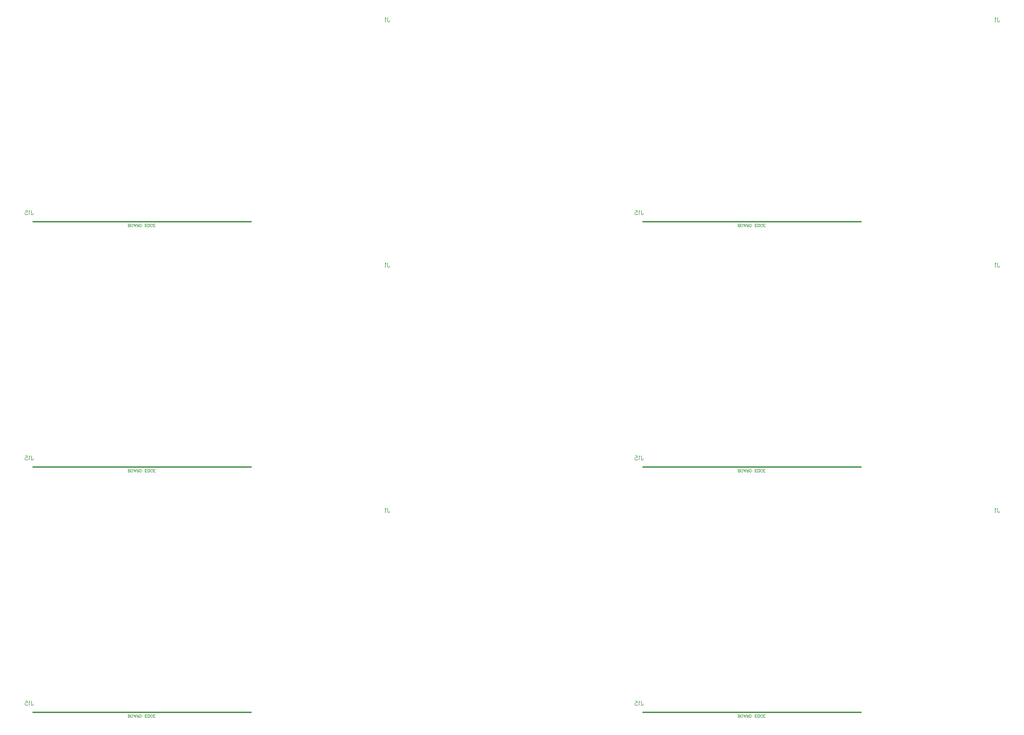
<source format=gbr>
G04 DipTrace 2.4.0.2*
%INBottomAssy.gbr*%
%MOIN*%
%ADD10C,0.0098*%
%ADD12C,0.003*%
%ADD80C,0.0046*%
%FSLAX44Y44*%
G04*
G70*
G90*
G75*
G01*
%LNBotAssy*%
%LPD*%
X12220Y402D2*
D10*
X27780D1*
X37511Y14939D2*
D80*
Y14710D1*
X37525Y14667D1*
X37539Y14652D1*
X37568Y14638D1*
X37597D1*
X37625Y14652D1*
X37640Y14667D1*
X37654Y14710D1*
Y14738D1*
X37418Y14882D2*
X37389Y14896D1*
X37346Y14939D1*
Y14638D1*
X12095Y1182D2*
Y952D1*
X12109Y909D1*
X12124Y895D1*
X12152Y881D1*
X12181D1*
X12210Y895D1*
X12224Y909D1*
X12238Y952D1*
Y981D1*
X12002Y1124D2*
X11973Y1139D1*
X11930Y1182D1*
Y881D1*
X11665Y1182D2*
X11809D1*
X11823Y1053D1*
X11809Y1067D1*
X11766Y1081D1*
X11723D1*
X11680Y1067D1*
X11651Y1038D1*
X11637Y995D1*
Y967D1*
X11651Y924D1*
X11680Y895D1*
X11723Y881D1*
X11766D1*
X11809Y895D1*
X11823Y909D1*
X11838Y938D1*
X19005Y19D2*
D12*
Y220D1*
X19091D1*
X19120Y210D1*
X19129Y200D1*
X19139Y181D1*
Y153D1*
X19129Y133D1*
X19120Y124D1*
X19091Y114D1*
X19120Y105D1*
X19129Y95D1*
X19139Y76D1*
Y57D1*
X19129Y38D1*
X19120Y28D1*
X19091Y19D1*
X19005D1*
Y114D2*
X19091D1*
X19258Y19D2*
X19239Y28D1*
X19220Y47D1*
X19210Y66D1*
X19201Y95D1*
Y143D1*
X19210Y172D1*
X19220Y191D1*
X19239Y210D1*
X19258Y220D1*
X19296D1*
X19315Y210D1*
X19335Y191D1*
X19344Y172D1*
X19354Y143D1*
Y95D1*
X19344Y66D1*
X19335Y47D1*
X19315Y28D1*
X19296Y19D1*
X19258D1*
X19569Y220D2*
X19492Y19D1*
X19415Y220D1*
X19444Y153D2*
X19540D1*
X19630Y114D2*
X19716D1*
X19745Y105D1*
X19755Y95D1*
X19764Y76D1*
Y57D1*
X19755Y38D1*
X19745Y28D1*
X19716Y19D1*
X19630D1*
Y220D1*
X19697Y114D2*
X19764Y220D1*
X19826Y19D2*
Y220D1*
X19893D1*
X19922Y210D1*
X19941Y191D1*
X19951Y172D1*
X19960Y143D1*
Y95D1*
X19951Y66D1*
X19941Y47D1*
X19922Y28D1*
X19893Y19D1*
X19826D1*
X20340D2*
X20216D1*
Y220D1*
X20340D1*
X20216Y114D2*
X20293D1*
X20402Y19D2*
Y220D1*
X20469D1*
X20498Y210D1*
X20517Y191D1*
X20527Y172D1*
X20536Y143D1*
Y95D1*
X20527Y66D1*
X20517Y47D1*
X20498Y28D1*
X20469Y19D1*
X20402D1*
X20741Y66D2*
X20732Y47D1*
X20713Y28D1*
X20694Y19D1*
X20655D1*
X20636Y28D1*
X20617Y47D1*
X20607Y66D1*
X20598Y95D1*
Y143D1*
X20607Y172D1*
X20617Y191D1*
X20636Y210D1*
X20655Y220D1*
X20694D1*
X20713Y210D1*
X20732Y191D1*
X20741Y172D1*
Y143D1*
X20694D1*
X20927Y19D2*
X20803D1*
Y220D1*
X20927D1*
X20803Y114D2*
X20880D1*
X55720Y402D2*
D10*
X71280D1*
X81011Y14939D2*
D80*
Y14710D1*
X81025Y14667D1*
X81039Y14652D1*
X81068Y14638D1*
X81097D1*
X81125Y14652D1*
X81140Y14667D1*
X81154Y14710D1*
Y14738D1*
X80918Y14882D2*
X80889Y14896D1*
X80846Y14939D1*
Y14638D1*
X55595Y1182D2*
Y952D1*
X55609Y909D1*
X55624Y895D1*
X55652Y881D1*
X55681D1*
X55710Y895D1*
X55724Y909D1*
X55738Y952D1*
Y981D1*
X55502Y1124D2*
X55473Y1139D1*
X55430Y1182D1*
Y881D1*
X55165Y1182D2*
X55309D1*
X55323Y1053D1*
X55309Y1067D1*
X55266Y1081D1*
X55223D1*
X55180Y1067D1*
X55151Y1038D1*
X55137Y995D1*
Y967D1*
X55151Y924D1*
X55180Y895D1*
X55223Y881D1*
X55266D1*
X55309Y895D1*
X55323Y909D1*
X55338Y938D1*
X62505Y19D2*
D12*
Y220D1*
X62591D1*
X62620Y210D1*
X62629Y200D1*
X62639Y181D1*
Y153D1*
X62629Y133D1*
X62620Y124D1*
X62591Y114D1*
X62620Y105D1*
X62629Y95D1*
X62639Y76D1*
Y57D1*
X62629Y38D1*
X62620Y28D1*
X62591Y19D1*
X62505D1*
Y114D2*
X62591D1*
X62758Y19D2*
X62739Y28D1*
X62720Y47D1*
X62710Y66D1*
X62701Y95D1*
Y143D1*
X62710Y172D1*
X62720Y191D1*
X62739Y210D1*
X62758Y220D1*
X62796D1*
X62815Y210D1*
X62835Y191D1*
X62844Y172D1*
X62854Y143D1*
Y95D1*
X62844Y66D1*
X62835Y47D1*
X62815Y28D1*
X62796Y19D1*
X62758D1*
X63069Y220D2*
X62992Y19D1*
X62915Y220D1*
X62944Y153D2*
X63040D1*
X63130Y114D2*
X63216D1*
X63245Y105D1*
X63255Y95D1*
X63264Y76D1*
Y57D1*
X63255Y38D1*
X63245Y28D1*
X63216Y19D1*
X63130D1*
Y220D1*
X63197Y114D2*
X63264Y220D1*
X63326Y19D2*
Y220D1*
X63393D1*
X63422Y210D1*
X63441Y191D1*
X63451Y172D1*
X63460Y143D1*
Y95D1*
X63451Y66D1*
X63441Y47D1*
X63422Y28D1*
X63393Y19D1*
X63326D1*
X63840D2*
X63716D1*
Y220D1*
X63840D1*
X63716Y114D2*
X63793D1*
X63902Y19D2*
Y220D1*
X63969D1*
X63998Y210D1*
X64017Y191D1*
X64027Y172D1*
X64036Y143D1*
Y95D1*
X64027Y66D1*
X64017Y47D1*
X63998Y28D1*
X63969Y19D1*
X63902D1*
X64241Y66D2*
X64232Y47D1*
X64213Y28D1*
X64194Y19D1*
X64155D1*
X64136Y28D1*
X64117Y47D1*
X64107Y66D1*
X64098Y95D1*
Y143D1*
X64107Y172D1*
X64117Y191D1*
X64136Y210D1*
X64155Y220D1*
X64194D1*
X64213Y210D1*
X64232Y191D1*
X64241Y172D1*
Y143D1*
X64194D1*
X64427Y19D2*
X64303D1*
Y220D1*
X64427D1*
X64303Y114D2*
X64380D1*
X12220Y17902D2*
D10*
X27780D1*
X37511Y32439D2*
D80*
Y32210D1*
X37525Y32167D1*
X37539Y32152D1*
X37568Y32138D1*
X37597D1*
X37625Y32152D1*
X37640Y32167D1*
X37654Y32210D1*
Y32238D1*
X37418Y32382D2*
X37389Y32396D1*
X37346Y32439D1*
Y32138D1*
X12095Y18682D2*
Y18452D1*
X12109Y18409D1*
X12124Y18395D1*
X12152Y18381D1*
X12181D1*
X12210Y18395D1*
X12224Y18409D1*
X12238Y18452D1*
Y18481D1*
X12002Y18624D2*
X11973Y18639D1*
X11930Y18682D1*
Y18381D1*
X11665Y18682D2*
X11809D1*
X11823Y18553D1*
X11809Y18567D1*
X11766Y18581D1*
X11723D1*
X11680Y18567D1*
X11651Y18538D1*
X11637Y18495D1*
Y18467D1*
X11651Y18424D1*
X11680Y18395D1*
X11723Y18381D1*
X11766D1*
X11809Y18395D1*
X11823Y18409D1*
X11838Y18438D1*
X19005Y17519D2*
D12*
Y17720D1*
X19091D1*
X19120Y17710D1*
X19129Y17700D1*
X19139Y17681D1*
Y17653D1*
X19129Y17633D1*
X19120Y17624D1*
X19091Y17614D1*
X19120Y17605D1*
X19129Y17595D1*
X19139Y17576D1*
Y17557D1*
X19129Y17538D1*
X19120Y17528D1*
X19091Y17519D1*
X19005D1*
Y17614D2*
X19091D1*
X19258Y17519D2*
X19239Y17528D1*
X19220Y17547D1*
X19210Y17566D1*
X19201Y17595D1*
Y17643D1*
X19210Y17672D1*
X19220Y17691D1*
X19239Y17710D1*
X19258Y17720D1*
X19296D1*
X19315Y17710D1*
X19335Y17691D1*
X19344Y17672D1*
X19354Y17643D1*
Y17595D1*
X19344Y17566D1*
X19335Y17547D1*
X19315Y17528D1*
X19296Y17519D1*
X19258D1*
X19569Y17720D2*
X19492Y17519D1*
X19415Y17720D1*
X19444Y17653D2*
X19540D1*
X19630Y17614D2*
X19716D1*
X19745Y17605D1*
X19755Y17595D1*
X19764Y17576D1*
Y17557D1*
X19755Y17538D1*
X19745Y17528D1*
X19716Y17519D1*
X19630D1*
Y17720D1*
X19697Y17614D2*
X19764Y17720D1*
X19826Y17519D2*
Y17720D1*
X19893D1*
X19922Y17710D1*
X19941Y17691D1*
X19951Y17672D1*
X19960Y17643D1*
Y17595D1*
X19951Y17566D1*
X19941Y17547D1*
X19922Y17528D1*
X19893Y17519D1*
X19826D1*
X20340D2*
X20216D1*
Y17720D1*
X20340D1*
X20216Y17614D2*
X20293D1*
X20402Y17519D2*
Y17720D1*
X20469D1*
X20498Y17710D1*
X20517Y17691D1*
X20527Y17672D1*
X20536Y17643D1*
Y17595D1*
X20527Y17566D1*
X20517Y17547D1*
X20498Y17528D1*
X20469Y17519D1*
X20402D1*
X20741Y17566D2*
X20732Y17547D1*
X20713Y17528D1*
X20694Y17519D1*
X20655D1*
X20636Y17528D1*
X20617Y17547D1*
X20607Y17566D1*
X20598Y17595D1*
Y17643D1*
X20607Y17672D1*
X20617Y17691D1*
X20636Y17710D1*
X20655Y17720D1*
X20694D1*
X20713Y17710D1*
X20732Y17691D1*
X20741Y17672D1*
Y17643D1*
X20694D1*
X20927Y17519D2*
X20803D1*
Y17720D1*
X20927D1*
X20803Y17614D2*
X20880D1*
X55720Y17902D2*
D10*
X71280D1*
X81011Y32439D2*
D80*
Y32210D1*
X81025Y32167D1*
X81039Y32152D1*
X81068Y32138D1*
X81097D1*
X81125Y32152D1*
X81140Y32167D1*
X81154Y32210D1*
Y32238D1*
X80918Y32382D2*
X80889Y32396D1*
X80846Y32439D1*
Y32138D1*
X55595Y18682D2*
Y18452D1*
X55609Y18409D1*
X55624Y18395D1*
X55652Y18381D1*
X55681D1*
X55710Y18395D1*
X55724Y18409D1*
X55738Y18452D1*
Y18481D1*
X55502Y18624D2*
X55473Y18639D1*
X55430Y18682D1*
Y18381D1*
X55165Y18682D2*
X55309D1*
X55323Y18553D1*
X55309Y18567D1*
X55266Y18581D1*
X55223D1*
X55180Y18567D1*
X55151Y18538D1*
X55137Y18495D1*
Y18467D1*
X55151Y18424D1*
X55180Y18395D1*
X55223Y18381D1*
X55266D1*
X55309Y18395D1*
X55323Y18409D1*
X55338Y18438D1*
X62505Y17519D2*
D12*
Y17720D1*
X62591D1*
X62620Y17710D1*
X62629Y17700D1*
X62639Y17681D1*
Y17653D1*
X62629Y17633D1*
X62620Y17624D1*
X62591Y17614D1*
X62620Y17605D1*
X62629Y17595D1*
X62639Y17576D1*
Y17557D1*
X62629Y17538D1*
X62620Y17528D1*
X62591Y17519D1*
X62505D1*
Y17614D2*
X62591D1*
X62758Y17519D2*
X62739Y17528D1*
X62720Y17547D1*
X62710Y17566D1*
X62701Y17595D1*
Y17643D1*
X62710Y17672D1*
X62720Y17691D1*
X62739Y17710D1*
X62758Y17720D1*
X62796D1*
X62815Y17710D1*
X62835Y17691D1*
X62844Y17672D1*
X62854Y17643D1*
Y17595D1*
X62844Y17566D1*
X62835Y17547D1*
X62815Y17528D1*
X62796Y17519D1*
X62758D1*
X63069Y17720D2*
X62992Y17519D1*
X62915Y17720D1*
X62944Y17653D2*
X63040D1*
X63130Y17614D2*
X63216D1*
X63245Y17605D1*
X63255Y17595D1*
X63264Y17576D1*
Y17557D1*
X63255Y17538D1*
X63245Y17528D1*
X63216Y17519D1*
X63130D1*
Y17720D1*
X63197Y17614D2*
X63264Y17720D1*
X63326Y17519D2*
Y17720D1*
X63393D1*
X63422Y17710D1*
X63441Y17691D1*
X63451Y17672D1*
X63460Y17643D1*
Y17595D1*
X63451Y17566D1*
X63441Y17547D1*
X63422Y17528D1*
X63393Y17519D1*
X63326D1*
X63840D2*
X63716D1*
Y17720D1*
X63840D1*
X63716Y17614D2*
X63793D1*
X63902Y17519D2*
Y17720D1*
X63969D1*
X63998Y17710D1*
X64017Y17691D1*
X64027Y17672D1*
X64036Y17643D1*
Y17595D1*
X64027Y17566D1*
X64017Y17547D1*
X63998Y17528D1*
X63969Y17519D1*
X63902D1*
X64241Y17566D2*
X64232Y17547D1*
X64213Y17528D1*
X64194Y17519D1*
X64155D1*
X64136Y17528D1*
X64117Y17547D1*
X64107Y17566D1*
X64098Y17595D1*
Y17643D1*
X64107Y17672D1*
X64117Y17691D1*
X64136Y17710D1*
X64155Y17720D1*
X64194D1*
X64213Y17710D1*
X64232Y17691D1*
X64241Y17672D1*
Y17643D1*
X64194D1*
X64427Y17519D2*
X64303D1*
Y17720D1*
X64427D1*
X64303Y17614D2*
X64380D1*
X12220Y35402D2*
D10*
X27780D1*
X37511Y49939D2*
D80*
Y49710D1*
X37525Y49667D1*
X37539Y49652D1*
X37568Y49638D1*
X37597D1*
X37625Y49652D1*
X37640Y49667D1*
X37654Y49710D1*
Y49738D1*
X37418Y49882D2*
X37389Y49896D1*
X37346Y49939D1*
Y49638D1*
X12095Y36182D2*
Y35952D1*
X12109Y35909D1*
X12124Y35895D1*
X12152Y35881D1*
X12181D1*
X12210Y35895D1*
X12224Y35909D1*
X12238Y35952D1*
Y35981D1*
X12002Y36124D2*
X11973Y36139D1*
X11930Y36182D1*
Y35881D1*
X11665Y36182D2*
X11809D1*
X11823Y36053D1*
X11809Y36067D1*
X11766Y36081D1*
X11723D1*
X11680Y36067D1*
X11651Y36038D1*
X11637Y35995D1*
Y35967D1*
X11651Y35924D1*
X11680Y35895D1*
X11723Y35881D1*
X11766D1*
X11809Y35895D1*
X11823Y35909D1*
X11838Y35938D1*
X19005Y35019D2*
D12*
Y35220D1*
X19091D1*
X19120Y35210D1*
X19129Y35200D1*
X19139Y35181D1*
Y35153D1*
X19129Y35133D1*
X19120Y35124D1*
X19091Y35114D1*
X19120Y35105D1*
X19129Y35095D1*
X19139Y35076D1*
Y35057D1*
X19129Y35038D1*
X19120Y35028D1*
X19091Y35019D1*
X19005D1*
Y35114D2*
X19091D1*
X19258Y35019D2*
X19239Y35028D1*
X19220Y35047D1*
X19210Y35066D1*
X19201Y35095D1*
Y35143D1*
X19210Y35172D1*
X19220Y35191D1*
X19239Y35210D1*
X19258Y35220D1*
X19296D1*
X19315Y35210D1*
X19335Y35191D1*
X19344Y35172D1*
X19354Y35143D1*
Y35095D1*
X19344Y35066D1*
X19335Y35047D1*
X19315Y35028D1*
X19296Y35019D1*
X19258D1*
X19569Y35220D2*
X19492Y35019D1*
X19415Y35220D1*
X19444Y35153D2*
X19540D1*
X19630Y35114D2*
X19716D1*
X19745Y35105D1*
X19755Y35095D1*
X19764Y35076D1*
Y35057D1*
X19755Y35038D1*
X19745Y35028D1*
X19716Y35019D1*
X19630D1*
Y35220D1*
X19697Y35114D2*
X19764Y35220D1*
X19826Y35019D2*
Y35220D1*
X19893D1*
X19922Y35210D1*
X19941Y35191D1*
X19951Y35172D1*
X19960Y35143D1*
Y35095D1*
X19951Y35066D1*
X19941Y35047D1*
X19922Y35028D1*
X19893Y35019D1*
X19826D1*
X20340D2*
X20216D1*
Y35220D1*
X20340D1*
X20216Y35114D2*
X20293D1*
X20402Y35019D2*
Y35220D1*
X20469D1*
X20498Y35210D1*
X20517Y35191D1*
X20527Y35172D1*
X20536Y35143D1*
Y35095D1*
X20527Y35066D1*
X20517Y35047D1*
X20498Y35028D1*
X20469Y35019D1*
X20402D1*
X20741Y35066D2*
X20732Y35047D1*
X20713Y35028D1*
X20694Y35019D1*
X20655D1*
X20636Y35028D1*
X20617Y35047D1*
X20607Y35066D1*
X20598Y35095D1*
Y35143D1*
X20607Y35172D1*
X20617Y35191D1*
X20636Y35210D1*
X20655Y35220D1*
X20694D1*
X20713Y35210D1*
X20732Y35191D1*
X20741Y35172D1*
Y35143D1*
X20694D1*
X20927Y35019D2*
X20803D1*
Y35220D1*
X20927D1*
X20803Y35114D2*
X20880D1*
X55720Y35402D2*
D10*
X71280D1*
X81011Y49939D2*
D80*
Y49710D1*
X81025Y49667D1*
X81039Y49652D1*
X81068Y49638D1*
X81097D1*
X81125Y49652D1*
X81140Y49667D1*
X81154Y49710D1*
Y49738D1*
X80918Y49882D2*
X80889Y49896D1*
X80846Y49939D1*
Y49638D1*
X55595Y36182D2*
Y35952D1*
X55609Y35909D1*
X55624Y35895D1*
X55652Y35881D1*
X55681D1*
X55710Y35895D1*
X55724Y35909D1*
X55738Y35952D1*
Y35981D1*
X55502Y36124D2*
X55473Y36139D1*
X55430Y36182D1*
Y35881D1*
X55165Y36182D2*
X55309D1*
X55323Y36053D1*
X55309Y36067D1*
X55266Y36081D1*
X55223D1*
X55180Y36067D1*
X55151Y36038D1*
X55137Y35995D1*
Y35967D1*
X55151Y35924D1*
X55180Y35895D1*
X55223Y35881D1*
X55266D1*
X55309Y35895D1*
X55323Y35909D1*
X55338Y35938D1*
X62505Y35019D2*
D12*
Y35220D1*
X62591D1*
X62620Y35210D1*
X62629Y35200D1*
X62639Y35181D1*
Y35153D1*
X62629Y35133D1*
X62620Y35124D1*
X62591Y35114D1*
X62620Y35105D1*
X62629Y35095D1*
X62639Y35076D1*
Y35057D1*
X62629Y35038D1*
X62620Y35028D1*
X62591Y35019D1*
X62505D1*
Y35114D2*
X62591D1*
X62758Y35019D2*
X62739Y35028D1*
X62720Y35047D1*
X62710Y35066D1*
X62701Y35095D1*
Y35143D1*
X62710Y35172D1*
X62720Y35191D1*
X62739Y35210D1*
X62758Y35220D1*
X62796D1*
X62815Y35210D1*
X62835Y35191D1*
X62844Y35172D1*
X62854Y35143D1*
Y35095D1*
X62844Y35066D1*
X62835Y35047D1*
X62815Y35028D1*
X62796Y35019D1*
X62758D1*
X63069Y35220D2*
X62992Y35019D1*
X62915Y35220D1*
X62944Y35153D2*
X63040D1*
X63130Y35114D2*
X63216D1*
X63245Y35105D1*
X63255Y35095D1*
X63264Y35076D1*
Y35057D1*
X63255Y35038D1*
X63245Y35028D1*
X63216Y35019D1*
X63130D1*
Y35220D1*
X63197Y35114D2*
X63264Y35220D1*
X63326Y35019D2*
Y35220D1*
X63393D1*
X63422Y35210D1*
X63441Y35191D1*
X63451Y35172D1*
X63460Y35143D1*
Y35095D1*
X63451Y35066D1*
X63441Y35047D1*
X63422Y35028D1*
X63393Y35019D1*
X63326D1*
X63840D2*
X63716D1*
Y35220D1*
X63840D1*
X63716Y35114D2*
X63793D1*
X63902Y35019D2*
Y35220D1*
X63969D1*
X63998Y35210D1*
X64017Y35191D1*
X64027Y35172D1*
X64036Y35143D1*
Y35095D1*
X64027Y35066D1*
X64017Y35047D1*
X63998Y35028D1*
X63969Y35019D1*
X63902D1*
X64241Y35066D2*
X64232Y35047D1*
X64213Y35028D1*
X64194Y35019D1*
X64155D1*
X64136Y35028D1*
X64117Y35047D1*
X64107Y35066D1*
X64098Y35095D1*
Y35143D1*
X64107Y35172D1*
X64117Y35191D1*
X64136Y35210D1*
X64155Y35220D1*
X64194D1*
X64213Y35210D1*
X64232Y35191D1*
X64241Y35172D1*
Y35143D1*
X64194D1*
X64427Y35019D2*
X64303D1*
Y35220D1*
X64427D1*
X64303Y35114D2*
X64380D1*
M02*

</source>
